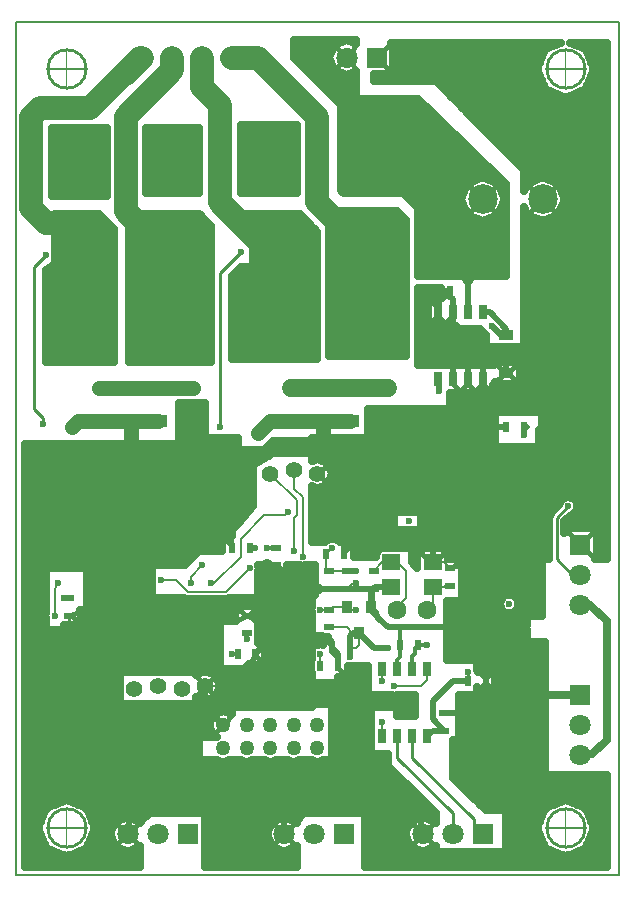
<source format=gbl>
G04*
G04  File:            STEP_DIMA1A.GBL, Thu Jun 24 12:16:09 2021*
G04  Source:          P-CAD 2004 PCB, Version 18.04.615, (D:\proj\velograph\snail\pcb\step_dima1a.pcb)*
G04  Format:          Gerber Format (RS-274-D), ASCII*
G04*
G04  Format Options:  Absolute Positioning*
G04                   Leading-Zero Suppression*
G04                   Scale Factor 1:1*
G04                   NO Circular Interpolation*
G04                   Millimeter Units*
G04                   Numeric Format: 5.3 (XXXXX.XXX)*
G04                   G54 NOT Used for Aperture Change*
G04                   Apertures Embedded*
G04*
G04  File Options:    Offset = (0.000mm,0.000mm)*
G04                   Drill Symbol Size = 0.000mm*
G04                   Pad/Via Holes*
G04*
G04  File Contents:   Pads*
G04                   Vias*
G04                   No Designators*
G04                   No Types*
G04                   No Values*
G04                   No Drill Symbols*
G04                   Bottom*
G04                   Board*
G04*
%INSTEP_DIMA1A.GBL*%
%ICAS*%
%MOMM*%
G04*
G04  Aperture MACROs for general use --- invoked via D-code assignment *
G04*
G04  General MACRO for flashed round with rotation and/or offset hole *
%AMROTOFFROUND*
1,1,$1,0.0000,0.0000*
1,0,$2,$3,$4*%
G04*
G04  General MACRO for flashed oval (obround) with rotation and/or offset hole *
%AMROTOFFOVAL*
21,1,$1,$2,0.0000,0.0000,$3*
1,1,$4,$5,$6*
1,1,$4,0-$5,0-$6*
1,0,$7,$8,$9*%
G04*
G04  General MACRO for flashed oval (obround) with rotation and no hole *
%AMROTOVALNOHOLE*
21,1,$1,$2,0.0000,0.0000,$3*
1,1,$4,$5,$6*
1,1,$4,0-$5,0-$6*%
G04*
G04  General MACRO for flashed rectangle with rotation and/or offset hole *
%AMROTOFFRECT*
21,1,$1,$2,0.0000,0.0000,$3*
1,0,$4,$5,$6*%
G04*
G04  General MACRO for flashed rectangle with rotation and no hole *
%AMROTRECTNOHOLE*
21,1,$1,$2,0.0000,0.0000,$3*%
G04*
G04  General MACRO for flashed rounded-rectangle *
%AMROUNDRECT*
21,1,$1,$2-$4,0.0000,0.0000,$3*
21,1,$1-$4,$2,0.0000,0.0000,$3*
1,1,$4,$5,$6*
1,1,$4,$7,$8*
1,1,$4,0-$5,0-$6*
1,1,$4,0-$7,0-$8*
1,0,$9,$10,$11*%
G04*
G04  General MACRO for flashed rounded-rectangle with rotation and no hole *
%AMROUNDRECTNOHOLE*
21,1,$1,$2-$4,0.0000,0.0000,$3*
21,1,$1-$4,$2,0.0000,0.0000,$3*
1,1,$4,$5,$6*
1,1,$4,$7,$8*
1,1,$4,0-$5,0-$6*
1,1,$4,0-$7,0-$8*%
G04*
G04  General MACRO for flashed regular polygon *
%AMREGPOLY*
5,1,$1,0.0000,0.0000,$2,$3+$4*
1,0,$5,$6,$7*%
G04*
G04  General MACRO for flashed regular polygon with no hole *
%AMREGPOLYNOHOLE*
5,1,$1,0.0000,0.0000,$2,$3+$4*%
G04*
G04  General MACRO for target *
%AMTARGET*
6,0,0,$1,$2,$3,4,$4,$5,$6*%
G04*
G04  General MACRO for mounting hole *
%AMMTHOLE*
1,1,$1,0,0*
1,0,$2,0,0*
$1=$1-$2*
$1=$1/2*
21,1,$2+$1,$3,0,0,$4*
21,1,$3,$2+$1,0,0,$4*%
G04*
G04*
G04  D10 : "Ellipse X0.254mm Y0.254mm H0.000mm 0.0deg (0.000mm,0.000mm) Draw"*
G04  Disc: OuterDia=0.2540*
%ADD10C, 0.2540*%
G04  D11 : "Ellipse X0.025mm Y0.025mm H0.000mm 0.0deg (0.000mm,0.000mm) Draw"*
G04  Disc: OuterDia=0.0254*
%ADD11C, 0.0254*%
G04  D12 : "Ellipse X0.300mm Y0.300mm H0.000mm 0.0deg (0.000mm,0.000mm) Draw"*
G04  Disc: OuterDia=0.3000*
%ADD12C, 0.3000*%
G04  D13 : "Ellipse X0.305mm Y0.305mm H0.000mm 0.0deg (0.000mm,0.000mm) Draw"*
G04  Disc: OuterDia=0.3048*
%ADD13C, 0.3048*%
G04  D14 : "Ellipse X0.310mm Y0.310mm H0.000mm 0.0deg (0.000mm,0.000mm) Draw"*
G04  Disc: OuterDia=0.3100*
%ADD14C, 0.3100*%
G04  D15 : "Ellipse X0.350mm Y0.350mm H0.000mm 0.0deg (0.000mm,0.000mm) Draw"*
G04  Disc: OuterDia=0.3500*
%ADD15C, 0.3500*%
G04  D16 : "Ellipse X0.381mm Y0.381mm H0.000mm 0.0deg (0.000mm,0.000mm) Draw"*
G04  Disc: OuterDia=0.3810*
%ADD16C, 0.3810*%
G04  D17 : "Ellipse X0.500mm Y0.500mm H0.000mm 0.0deg (0.000mm,0.000mm) Draw"*
G04  Disc: OuterDia=0.5000*
%ADD17C, 0.5000*%
G04  D18 : "Ellipse X0.064mm Y0.064mm H0.000mm 0.0deg (0.000mm,0.000mm) Draw"*
G04  Disc: OuterDia=0.0635*
%ADD18C, 0.0635*%
G04  D19 : "Ellipse X0.635mm Y0.635mm H0.000mm 0.0deg (0.000mm,0.000mm) Draw"*
G04  Disc: OuterDia=0.6350*
%ADD19C, 0.6350*%
G04  D20 : "Ellipse X0.700mm Y0.700mm H0.000mm 0.0deg (0.000mm,0.000mm) Draw"*
G04  Disc: OuterDia=0.7000*
%ADD20C, 0.7000*%
G04  D21 : "Ellipse X0.076mm Y0.076mm H0.000mm 0.0deg (0.000mm,0.000mm) Draw"*
G04  Disc: OuterDia=0.0762*
%ADD21C, 0.0762*%
G04  D22 : "Ellipse X0.100mm Y0.100mm H0.000mm 0.0deg (0.000mm,0.000mm) Draw"*
G04  Disc: OuterDia=0.1000*
%ADD22C, 0.1000*%
G04  D23 : "Ellipse X1.000mm Y1.000mm H0.000mm 0.0deg (0.000mm,0.000mm) Draw"*
G04  Disc: OuterDia=1.0000*
%ADD23C, 1.0000*%
G04  D24 : "Ellipse X0.102mm Y0.102mm H0.000mm 0.0deg (0.000mm,0.000mm) Draw"*
G04  Disc: OuterDia=0.1016*
%ADD24C, 0.1016*%
G04  D25 : "Ellipse X0.127mm Y0.127mm H0.000mm 0.0deg (0.000mm,0.000mm) Draw"*
G04  Disc: OuterDia=0.1270*
%ADD25C, 0.1270*%
G04  D26 : "Ellipse X1.300mm Y1.300mm H0.000mm 0.0deg (0.000mm,0.000mm) Draw"*
G04  Disc: OuterDia=1.3000*
%ADD26C, 1.3000*%
G04  D27 : "Ellipse X1.500mm Y1.500mm H0.000mm 0.0deg (0.000mm,0.000mm) Draw"*
G04  Disc: OuterDia=1.5000*
%ADD27C, 1.5000*%
G04  D28 : "Ellipse X0.200mm Y0.200mm H0.000mm 0.0deg (0.000mm,0.000mm) Draw"*
G04  Disc: OuterDia=0.2000*
%ADD28C, 0.2000*%
G04  D29 : "Ellipse X2.000mm Y2.000mm H0.000mm 0.0deg (0.000mm,0.000mm) Draw"*
G04  Disc: OuterDia=2.0000*
%ADD29C, 2.0000*%
G04  D30 : "Ellipse X0.203mm Y0.203mm H0.000mm 0.0deg (0.000mm,0.000mm) Draw"*
G04  Disc: OuterDia=0.2032*
%ADD30C, 0.2032*%
G04  D31 : "Ellipse X0.250mm Y0.250mm H0.000mm 0.0deg (0.000mm,0.000mm) Draw"*
G04  Disc: OuterDia=0.2500*
%ADD31C, 0.2500*%
G04  D32 : "Ellipse X2.602mm Y2.602mm H0.000mm 0.0deg (0.000mm,0.000mm) Flash"*
G04  Disc: OuterDia=2.6020*
%ADD32C, 2.6020*%
G04  D33 : "Ellipse X3.602mm Y3.602mm H0.000mm 0.0deg (0.000mm,0.000mm) Flash"*
G04  Disc: OuterDia=3.6020*
%ADD33C, 3.6020*%
G04  D34 : "Ellipse X1.270mm Y1.270mm H0.000mm 0.0deg (0.000mm,0.000mm) Flash"*
G04  Disc: OuterDia=1.2700*
%ADD34C, 1.2700*%
G04  D35 : "Ellipse X1.372mm Y1.372mm H0.000mm 0.0deg (0.000mm,0.000mm) Flash"*
G04  Disc: OuterDia=1.3720*
%ADD35C, 1.3720*%
G04  D36 : "Ellipse X1.400mm Y1.400mm H0.000mm 0.0deg (0.000mm,0.000mm) Flash"*
G04  Disc: OuterDia=1.4000*
%ADD36C, 1.4000*%
G04  D37 : "Ellipse X1.502mm Y1.502mm H0.000mm 0.0deg (0.000mm,0.000mm) Flash"*
G04  Disc: OuterDia=1.5020*
%ADD37C, 1.5020*%
G04  D38 : "Ellipse X1.600mm Y1.600mm H0.000mm 0.0deg (0.000mm,0.000mm) Flash"*
G04  Disc: OuterDia=1.6000*
%ADD38C, 1.6000*%
G04  D39 : "Ellipse X1.702mm Y1.702mm H0.000mm 0.0deg (0.000mm,0.000mm) Flash"*
G04  Disc: OuterDia=1.7020*
%ADD39C, 1.7020*%
G04  D40 : "Ellipse X1.800mm Y1.800mm H0.000mm 0.0deg (0.000mm,0.000mm) Flash"*
G04  Disc: OuterDia=1.8000*
%ADD40C, 1.8000*%
G04  D41 : "Ellipse X1.902mm Y1.902mm H0.000mm 0.0deg (0.000mm,0.000mm) Flash"*
G04  Disc: OuterDia=1.9020*
%ADD41C, 1.9020*%
G04  D42 : "Ellipse X2.500mm Y2.500mm H0.000mm 0.0deg (0.000mm,0.000mm) Flash"*
G04  Disc: OuterDia=2.5000*
%ADD42C, 2.5000*%
G04  D43 : "Mounting Hole X3.500mm Y3.500mm H0.000mm 0.0deg (0.000mm,0.000mm) Flash"*
G04  Mounting Hole: Diameter=3.5000, Rotation=0.0, LineWidth=0.1270 *
%ADD43MTHOLE, 3.5000 X2.9920 X0.1270 X0.0*%
G04  D44 : "Rectangle X0.300mm Y1.500mm H0.000mm 0.0deg (0.000mm,0.000mm) Flash"*
G04  Rectangular: DimX=0.3000, DimY=1.5000, Rotation=0.0, OffsetX=0.0000, OffsetY=0.0000, HoleDia=0.0000 *
%ADD44R, 0.3000 X1.5000*%
G04  D45 : "Rectangle X1.500mm Y0.300mm H0.000mm 0.0deg (0.000mm,0.000mm) Flash"*
G04  Rectangular: DimX=1.5000, DimY=0.3000, Rotation=0.0, OffsetX=0.0000, OffsetY=0.0000, HoleDia=0.0000 *
%ADD45R, 1.5000 X0.3000*%
G04  D46 : "Rectangle X4.600mm Y2.800mm H0.000mm 0.0deg (0.000mm,0.000mm) Flash"*
G04  Rectangular: DimX=4.6000, DimY=2.8000, Rotation=0.0, OffsetX=0.0000, OffsetY=0.0000, HoleDia=0.0000 *
%ADD46R, 4.6000 X2.8000*%
G04  D47 : "Rectangle X4.700mm Y2.900mm H0.000mm 0.0deg (0.000mm,0.000mm) Flash"*
G04  Rectangular: DimX=4.7000, DimY=2.9000, Rotation=0.0, OffsetX=0.0000, OffsetY=0.0000, HoleDia=0.0000 *
%ADD47R, 4.7000 X2.9000*%
G04  D48 : "Rectangle X4.800mm Y3.000mm H0.000mm 0.0deg (0.000mm,0.000mm) Flash"*
G04  Rectangular: DimX=4.8000, DimY=3.0000, Rotation=0.0, OffsetX=0.0000, OffsetY=0.0000, HoleDia=0.0000 *
%ADD48R, 4.8000 X3.0000*%
G04  D49 : "Rectangle X7.500mm Y3.000mm H0.000mm 0.0deg (0.000mm,0.000mm) Flash"*
G04  Rectangular: DimX=7.5000, DimY=3.0000, Rotation=0.0, OffsetX=0.0000, OffsetY=0.0000, HoleDia=0.0000 *
%ADD49R, 7.5000 X3.0000*%
G04  D50 : "Rectangle X7.602mm Y3.102mm H0.000mm 0.0deg (0.000mm,0.000mm) Flash"*
G04  Rectangular: DimX=7.6020, DimY=3.1020, Rotation=0.0, OffsetX=0.0000, OffsetY=0.0000, HoleDia=0.0000 *
%ADD50R, 7.6020 X3.1020*%
G04  D51 : "Rectangle X1.400mm Y3.500mm H0.000mm 0.0deg (0.000mm,0.000mm) Flash"*
G04  Rectangular: DimX=1.4000, DimY=3.5000, Rotation=0.0, OffsetX=0.0000, OffsetY=0.0000, HoleDia=0.0000 *
%ADD51R, 1.4000 X3.5000*%
G04  D52 : "Rectangle X1.502mm Y3.602mm H0.000mm 0.0deg (0.000mm,0.000mm) Flash"*
G04  Rectangular: DimX=1.5020, DimY=3.6020, Rotation=0.0, OffsetX=0.0000, OffsetY=0.0000, HoleDia=0.0000 *
%ADD52R, 1.5020 X3.6020*%
G04  D53 : "Rectangle X0.402mm Y1.602mm H0.000mm 0.0deg (0.000mm,0.000mm) Flash"*
G04  Rectangular: DimX=0.4020, DimY=1.6020, Rotation=0.0, OffsetX=0.0000, OffsetY=0.0000, HoleDia=0.0000 *
%ADD53R, 0.4020 X1.6020*%
G04  D54 : "Rectangle X1.602mm Y0.402mm H0.000mm 0.0deg (0.000mm,0.000mm) Flash"*
G04  Rectangular: DimX=1.6020, DimY=0.4020, Rotation=0.0, OffsetX=0.0000, OffsetY=0.0000, HoleDia=0.0000 *
%ADD54R, 1.6020 X0.4020*%
G04  D55 : "Rectangle X5.080mm Y5.080mm H0.000mm 0.0deg (0.000mm,0.000mm) Flash"*
G04  Square: Side=5.0800, Rotation=0.0, OffsetX=0.0000, OffsetY=0.0000, HoleDia=0.0000*
%ADD55R, 5.0800 X5.0800*%
G04  D56 : "Rectangle X5.182mm Y5.182mm H0.000mm 0.0deg (0.000mm,0.000mm) Flash"*
G04  Square: Side=5.1820, Rotation=0.0, OffsetX=0.0000, OffsetY=0.0000, HoleDia=0.0000*
%ADD56R, 5.1820 X5.1820*%
G04  D57 : "Rectangle X0.600mm Y0.900mm H0.000mm 0.0deg (0.000mm,0.000mm) Flash"*
G04  Rectangular: DimX=0.6000, DimY=0.9000, Rotation=0.0, OffsetX=0.0000, OffsetY=0.0000, HoleDia=0.0000 *
%ADD57R, 0.6000 X0.9000*%
G04  D58 : "Rectangle X0.900mm Y0.600mm H0.000mm 0.0deg (0.000mm,0.000mm) Flash"*
G04  Rectangular: DimX=0.9000, DimY=0.6000, Rotation=0.0, OffsetX=0.0000, OffsetY=0.0000, HoleDia=0.0000 *
%ADD58R, 0.9000 X0.6000*%
G04  D59 : "Rectangle X0.650mm Y1.310mm H0.000mm 0.0deg (0.000mm,0.000mm) Flash"*
G04  Rectangular: DimX=0.6500, DimY=1.3100, Rotation=0.0, OffsetX=0.0000, OffsetY=0.0000, HoleDia=0.0000 *
%ADD59R, 0.6500 X1.3100*%
G04  D60 : "Rectangle X0.702mm Y1.002mm H0.000mm 0.0deg (0.000mm,0.000mm) Flash"*
G04  Rectangular: DimX=0.7020, DimY=1.0020, Rotation=0.0, OffsetX=0.0000, OffsetY=0.0000, HoleDia=0.0000 *
%ADD60R, 0.7020 X1.0020*%
G04  D61 : "Rectangle X1.002mm Y0.702mm H0.000mm 0.0deg (0.000mm,0.000mm) Flash"*
G04  Rectangular: DimX=1.0020, DimY=0.7020, Rotation=0.0, OffsetX=0.0000, OffsetY=0.0000, HoleDia=0.0000 *
%ADD61R, 1.0020 X0.7020*%
G04  D62 : "Rectangle X0.752mm Y1.412mm H0.000mm 0.0deg (0.000mm,0.000mm) Flash"*
G04  Rectangular: DimX=0.7520, DimY=1.4120, Rotation=0.0, OffsetX=0.0000, OffsetY=0.0000, HoleDia=0.0000 *
%ADD62R, 0.7520 X1.4120*%
G04  D63 : "Rectangle X1.220mm Y0.910mm H0.000mm 0.0deg (0.000mm,0.000mm) Flash"*
G04  Rectangular: DimX=1.2200, DimY=0.9100, Rotation=0.0, OffsetX=0.0000, OffsetY=0.0000, HoleDia=0.0000 *
%ADD63R, 1.2200 X0.9100*%
G04  D64 : "Rectangle X0.950mm Y1.100mm H0.000mm 0.0deg (0.000mm,0.000mm) Flash"*
G04  Rectangular: DimX=0.9500, DimY=1.1000, Rotation=0.0, OffsetX=0.0000, OffsetY=0.0000, HoleDia=0.0000 *
%ADD64R, 0.9500 X1.1000*%
G04  D65 : "Rectangle X1.322mm Y1.012mm H0.000mm 0.0deg (0.000mm,0.000mm) Flash"*
G04  Rectangular: DimX=1.3220, DimY=1.0120, Rotation=0.0, OffsetX=0.0000, OffsetY=0.0000, HoleDia=0.0000 *
%ADD65R, 1.3220 X1.0120*%
G04  D66 : "Rectangle X1.052mm Y1.202mm H0.000mm 0.0deg (0.000mm,0.000mm) Flash"*
G04  Rectangular: DimX=1.0520, DimY=1.2020, Rotation=0.0, OffsetX=0.0000, OffsetY=0.0000, HoleDia=0.0000 *
%ADD66R, 1.0520 X1.2020*%
G04  D67 : "Rectangle X1.600mm Y1.100mm H0.000mm 0.0deg (0.000mm,0.000mm) Flash"*
G04  Rectangular: DimX=1.6000, DimY=1.1000, Rotation=0.0, OffsetX=0.0000, OffsetY=0.0000, HoleDia=0.0000 *
%ADD67R, 1.6000 X1.1000*%
G04  D68 : "Rectangle X1.400mm Y1.200mm H0.000mm 0.0deg (0.000mm,0.000mm) Flash"*
G04  Rectangular: DimX=1.4000, DimY=1.2000, Rotation=0.0, OffsetX=0.0000, OffsetY=0.0000, HoleDia=0.0000 *
%ADD68R, 1.4000 X1.2000*%
G04  D69 : "Rectangle X1.702mm Y1.202mm H0.000mm 0.0deg (0.000mm,0.000mm) Flash"*
G04  Rectangular: DimX=1.7020, DimY=1.2020, Rotation=0.0, OffsetX=0.0000, OffsetY=0.0000, HoleDia=0.0000 *
%ADD69R, 1.7020 X1.2020*%
G04  D70 : "Rectangle X1.502mm Y1.302mm H0.000mm 0.0deg (0.000mm,0.000mm) Flash"*
G04  Rectangular: DimX=1.5020, DimY=1.3020, Rotation=0.0, OffsetX=0.0000, OffsetY=0.0000, HoleDia=0.0000 *
%ADD70R, 1.5020 X1.3020*%
G04  D71 : "Rectangle X1.500mm Y1.800mm H0.000mm 0.0deg (0.000mm,0.000mm) Flash"*
G04  Rectangular: DimX=1.5000, DimY=1.8000, Rotation=0.0, OffsetX=0.0000, OffsetY=0.0000, HoleDia=0.0000 *
%ADD71R, 1.5000 X1.8000*%
G04  D72 : "Rectangle X1.800mm Y1.500mm H0.000mm 0.0deg (0.000mm,0.000mm) Flash"*
G04  Rectangular: DimX=1.8000, DimY=1.5000, Rotation=0.0, OffsetX=0.0000, OffsetY=0.0000, HoleDia=0.0000 *
%ADD72R, 1.8000 X1.5000*%
G04  D73 : "Rectangle X1.600mm Y1.350mm H0.000mm 0.0deg (0.000mm,0.000mm) Flash"*
G04  Rectangular: DimX=1.6000, DimY=1.3500, Rotation=0.0, OffsetX=0.0000, OffsetY=0.0000, HoleDia=0.0000 *
%ADD73R, 1.6000 X1.3500*%
G04  D74 : "Rectangle X1.602mm Y1.902mm H0.000mm 0.0deg (0.000mm,0.000mm) Flash"*
G04  Rectangular: DimX=1.6020, DimY=1.9020, Rotation=0.0, OffsetX=0.0000, OffsetY=0.0000, HoleDia=0.0000 *
%ADD74R, 1.6020 X1.9020*%
G04  D75 : "Rectangle X1.902mm Y1.602mm H0.000mm 0.0deg (0.000mm,0.000mm) Flash"*
G04  Rectangular: DimX=1.9020, DimY=1.6020, Rotation=0.0, OffsetX=0.0000, OffsetY=0.0000, HoleDia=0.0000 *
%ADD75R, 1.9020 X1.6020*%
G04  D76 : "Rectangle X1.702mm Y1.452mm H0.000mm 0.0deg (0.000mm,0.000mm) Flash"*
G04  Rectangular: DimX=1.7020, DimY=1.4520, Rotation=0.0, OffsetX=0.0000, OffsetY=0.0000, HoleDia=0.0000 *
%ADD76R, 1.7020 X1.4520*%
G04  D77 : "Rectangle X1.778mm Y3.175mm H0.000mm 0.0deg (0.000mm,0.000mm) Flash"*
G04  Rectangular: DimX=1.7780, DimY=3.1750, Rotation=0.0, OffsetX=0.0000, OffsetY=0.0000, HoleDia=0.0000 *
%ADD77R, 1.7780 X3.1750*%
G04  D78 : "Rectangle X1.800mm Y1.800mm H0.000mm 0.0deg (0.000mm,0.000mm) Flash"*
G04  Square: Side=1.8000, Rotation=0.0, OffsetX=0.0000, OffsetY=0.0000, HoleDia=0.0000*
%ADD78R, 1.8000 X1.8000*%
G04  D79 : "Rectangle X1.880mm Y3.277mm H0.000mm 0.0deg (0.000mm,0.000mm) Flash"*
G04  Rectangular: DimX=1.8800, DimY=3.2770, Rotation=0.0, OffsetX=0.0000, OffsetY=0.0000, HoleDia=0.0000 *
%ADD79R, 1.8800 X3.2770*%
G04  D80 : "Rectangle X0.200mm Y1.900mm H0.000mm 0.0deg (0.000mm,0.000mm) Flash"*
G04  Rectangular: DimX=0.2000, DimY=1.9000, Rotation=0.0, OffsetX=0.0000, OffsetY=0.0000, HoleDia=0.0000 *
%ADD80R, 0.2000 X1.9000*%
G04  D81 : "Rectangle X1.902mm Y1.902mm H0.000mm 0.0deg (0.000mm,0.000mm) Flash"*
G04  Square: Side=1.9020, Rotation=0.0, OffsetX=0.0000, OffsetY=0.0000, HoleDia=0.0000*
%ADD81R, 1.9020 X1.9020*%
G04  D82 : "Rectangle X0.300mm Y2.000mm H0.000mm 0.0deg (0.000mm,0.000mm) Flash"*
G04  Rectangular: DimX=0.3000, DimY=2.0000, Rotation=0.0, OffsetX=0.0000, OffsetY=0.0000, HoleDia=0.0000 *
%ADD82R, 0.3000 X2.0000*%
G04  D83 : "Rectangle X2.000mm Y4.000mm H0.000mm 0.0deg (0.000mm,0.000mm) Flash"*
G04  Rectangular: DimX=2.0000, DimY=4.0000, Rotation=0.0, OffsetX=0.0000, OffsetY=0.0000, HoleDia=0.0000 *
%ADD83R, 2.0000 X4.0000*%
G04  D84 : "Rectangle X4.000mm Y2.000mm H0.000mm 0.0deg (0.000mm,0.000mm) Flash"*
G04  Rectangular: DimX=4.0000, DimY=2.0000, Rotation=0.0, OffsetX=0.0000, OffsetY=0.0000, HoleDia=0.0000 *
%ADD84R, 4.0000 X2.0000*%
G04  D85 : "Rectangle X0.400mm Y2.100mm H0.000mm 0.0deg (0.000mm,0.000mm) Flash"*
G04  Rectangular: DimX=0.4000, DimY=2.1000, Rotation=0.0, OffsetX=0.0000, OffsetY=0.0000, HoleDia=0.0000 *
%ADD85R, 0.4000 X2.1000*%
G04  D86 : "Rectangle X2.102mm Y4.102mm H0.000mm 0.0deg (0.000mm,0.000mm) Flash"*
G04  Rectangular: DimX=2.1020, DimY=4.1020, Rotation=0.0, OffsetX=0.0000, OffsetY=0.0000, HoleDia=0.0000 *
%ADD86R, 2.1020 X4.1020*%
G04  D87 : "Rectangle X4.102mm Y2.102mm H0.000mm 0.0deg (0.000mm,0.000mm) Flash"*
G04  Rectangular: DimX=4.1020, DimY=2.1020, Rotation=0.0, OffsetX=0.0000, OffsetY=0.0000, HoleDia=0.0000 *
%ADD87R, 4.1020 X2.1020*%
G04  D88 : "Ellipse X0.600mm Y0.600mm H0.000mm 0.0deg (0.000mm,0.000mm) Flash"*
G04  Disc: OuterDia=0.6000*
%ADD88C, 0.6000*%
G04  D89 : "Ellipse X0.702mm Y0.702mm H0.000mm 0.0deg (0.000mm,0.000mm) Flash"*
G04  Disc: OuterDia=0.7020*
%ADD89C, 0.7020*%
G04*
%FSLAX53Y53*%
%SFA1B1*%
%OFA0.000B0.000*%
G04*
G71*
G90*
G01*
D2*
%LNBottom*%
D31*
X384500Y385750*
X383750Y386500D1*
Y387250*
D2*
D28*
X382500Y389500*
X382750Y390000D1*
X383250Y388750D2*
X383750D1*
D2*
D23*
X386750Y406500*
X386250D1*
D2*
D26*
X386750D1*
D2*
D28*
X384496Y426052*
X384500Y426048D1*
Y426000*
Y426250D2*
X384750Y426000D1*
X384500*
X384496Y428496D2*
X384500Y428500D1*
Y428250D2*
Y428500D1*
X395000Y391500D2*
X394000Y390500D1*
Y390000*
X393750Y389250D2*
X392750Y390250D1*
X391500*
X395750Y390000D2*
X396000D1*
D2*
D26*
X391250Y406500*
X394250D1*
D2*
D23*
X391250D1*
X390500*
D2*
D17*
X389000*
X391250D1*
X394250*
X391250*
X390500*
D2*
D23*
X391250D1*
X394250*
X391250*
D2*
D28*
X392500Y426250*
Y426000D1*
D2*
D29*
X394960Y432290*
X395000Y432250D1*
Y432000*
D2*
D17*
X401750Y372250*
X401920Y372080D1*
Y368750*
D2*
D28*
X398750Y385250*
Y385750D1*
X397500Y384000D2*
X398000D1*
X397550Y381300D2*
X399500Y383250D1*
Y384000*
D2*
D17*
X398750Y387250*
X399750D1*
X400000Y387000*
Y384500D2*
X399500Y384000D1*
X400000Y384500D2*
Y387000D1*
D2*
D28*
X399000Y391250*
X397000Y389250D1*
X399500Y393000D2*
X399000D1*
X398250Y392250D2*
Y393750D1*
X400250Y395750*
X402000*
X402250Y396000*
D2*
D15*
X400500Y393000*
X401250D1*
X397500Y394000D2*
Y393000D1*
D2*
D28*
X402750Y392750*
Y395500D1*
X403000Y395750*
D2*
D15*
X401250Y391500*
X400500D1*
D2*
D17*
X400000Y391000*
X400500Y391500D1*
X399500Y393000D2*
X399000D1*
D2*
D23*
X400500Y391500*
X402500Y389500D1*
D2*
D28*
X403000Y397000*
X400750Y399250D1*
X403500Y397250D2*
X402750Y398000D1*
Y399550*
D2*
D31*
X397250Y417000*
X398250Y418000D1*
X396500Y416250D2*
X397250Y417000D1*
X396500Y415500D2*
Y416250D1*
D2*
D28*
X400750Y426250*
X400500Y426000D1*
X400750Y426250D2*
Y426000D1*
Y426250*
X398750Y426000D2*
X400500D1*
X400750*
X410250Y378250D2*
Y377040D1*
X407500Y383750D2*
Y384000D1*
X409282Y388000D2*
X409500Y388218D1*
X407500Y387750D2*
X407250Y388000D1*
X407500Y387750D2*
X408000D1*
X408266Y385790D2*
X408250Y385774D1*
Y384750*
X408000Y384500*
X407500*
X405750Y386250D2*
X407250D1*
X407709Y385790*
X407250Y388000D2*
X406000D1*
X405750Y387750*
D2*
D15*
X410000Y387000*
X409750D1*
Y387532D2*
X409282Y388000D1*
D2*
D28*
X410250Y381750*
Y382750D1*
X405000Y384000D2*
Y383000D1*
Y387750D2*
X405750D1*
D2*
D17*
X406000Y384250*
X406500Y383750D1*
X407500Y385500D2*
X407790Y385790D1*
X408266*
X407500Y383750D2*
Y384500D1*
Y385500*
D2*
D28*
X407709Y385790*
X407790D1*
X408266*
D2*
D17*
X409556Y384500D1*
X410750*
D2*
D28*
X409556D1*
D2*
D17*
X406500Y384000*
X406000Y384500D1*
Y385000D2*
X405750Y385250D1*
X404750*
X404250Y385750*
X406000Y384250D2*
Y384500D1*
Y385000*
X406500Y383000D2*
Y383750D1*
Y384000*
X410750Y386250D2*
X410000Y387000D1*
D2*
D15*
X409750*
Y387250D1*
Y387532*
D2*
D17*
X410000Y387000*
X409750Y387250D1*
X409282Y387718*
D2*
D15*
X410750Y386250*
X410000Y387000D1*
D2*
D17*
X409282Y387718*
Y388000D1*
D2*
D28*
X407250Y389500*
X407750Y390000D1*
X408000*
X407750D2*
X408000D1*
X411000Y389650D2*
X410650D1*
X410500Y389500*
X409250D2*
X409500D1*
X410500*
X405750D2*
X407250D1*
X405750Y391000D2*
X407250D1*
X408000*
X405750D2*
X405500Y391250D1*
Y392500*
X406000Y393000*
X407000Y392500D2*
X407750Y393250D1*
D2*
D17*
X407250Y391000*
X408000D1*
X409650Y389650D2*
X410650D1*
X411000*
D2*
D28*
X409500Y389250*
X409375Y389375D1*
X409250Y389500*
D2*
D17*
X409282Y389282*
X409375Y389375D1*
X409500Y389500*
X409650Y389650*
X404750Y389500D2*
X405750D1*
X407250*
X409250D2*
X409500D1*
X408000D2*
X409250D1*
X407250D2*
X408000D1*
D2*
D28*
X409250D1*
X407250D2*
X408000D1*
D2*
D17*
Y390000D1*
D2*
D28*
X409500Y391000*
X410250Y391750D1*
X411000*
D2*
D31*
X405300Y406500*
X405250Y406550D1*
D2*
D26*
X407500Y406500*
X406300D1*
X406250Y406550*
X405250*
D2*
D31*
X407000Y406500*
X406300D1*
X405300*
D2*
D27*
X406300*
X405300D1*
D2*
D31*
X418000Y370000*
Y369500D1*
X418750Y368750*
X416250Y370500D2*
Y368790D1*
X416210Y368750*
D2*
D17*
X412750Y372250*
X413500Y371500D1*
Y368920*
X413670Y368750*
X414060Y377040D2*
X414520Y377500D1*
X415500Y379000D2*
X418250D1*
X415500Y377500D2*
X414500Y378500D1*
Y380000*
D2*
D31*
X412790Y377040*
Y375210D1*
D2*
D17*
X418500Y376750*
Y379250D1*
X418250Y379000D2*
X418500Y379250D1*
X414520Y377500D2*
X414750D1*
X415500*
D2*
D31*
X417500Y381750*
Y382500D1*
D2*
D15*
X411750Y383750*
Y384750D1*
X412790Y382750D2*
Y383790D1*
X413000Y384000*
Y384500*
X413250Y384750*
X414000*
D2*
D28*
X413500Y381250*
X414060Y381810D1*
Y382750*
D2*
D17*
X416250Y381750*
X417500D1*
D2*
D28*
X414000Y387750*
X414500Y388250D1*
D2*
D17*
X416000Y387500*
X417500D1*
X418500*
D2*
D15*
X411750Y385750*
Y384750D1*
Y385750D2*
Y386250D1*
D2*
D17*
X416000Y387500*
Y386250D1*
X411750*
D2*
D28*
X414500Y389650*
X415500D1*
Y389750*
X416000*
Y391250D2*
X415500Y391750D1*
X414500*
X416000Y391250D2*
X417000D1*
X417500Y390750*
X413250Y393000D2*
X414500Y391750D1*
X413000Y393250D2*
X413250Y393000D1*
D2*
D17*
X414500Y391750*
Y393500D1*
D2*
D28*
X412250Y388750*
Y391000D1*
X412000Y391250*
X412250Y391000D2*
X412000Y391250D1*
D2*
D17*
X417000Y403250*
X415250Y401500D1*
X416250*
X414940Y409560D2*
X415500Y409000D1*
X417500D2*
Y407270D1*
X417480Y407250*
X417500Y409000D2*
X418750D1*
X416250Y407290D2*
X416210Y407250D1*
X416250Y409000D2*
X417500D1*
X416210Y408790D2*
X416250Y408750D1*
X415500Y409000D2*
X416210D1*
X416250*
X416210Y408790D2*
Y409000D1*
X416250D2*
Y408750D1*
Y407290*
X414940Y407250D2*
X415000Y407190D1*
Y406250*
X418750Y406500D2*
Y407250D1*
Y409000*
X417480Y412960D2*
Y414230D1*
X417500Y414250*
Y414750*
Y415750*
X416210Y414040D2*
X416000Y414250D1*
Y414750*
X415250D2*
X415000Y414500D1*
Y413020*
X414940Y412960*
X414500Y414750D2*
X415250D1*
X416000*
X416210Y412960D2*
Y414040D1*
X418750Y422500D2*
X415500Y425750D1*
X412500*
X425250Y380500D2*
X423000D1*
X422250*
D2*
D20*
X425250*
X423000D1*
D2*
D31*
X425000Y395500*
Y392000D1*
X426290Y390710*
D2*
D17*
X422250Y403250*
Y402500D1*
Y403250D2*
X422500D1*
X420750Y411000D2*
X420250D1*
X422750Y409000D2*
X423500Y409750D1*
X420750Y409000D2*
Y407800D1*
Y409000D2*
X422750D1*
X424500Y422500D2*
X423830D1*
D2*
D20*
X427080Y375500*
X428000D1*
X429250Y376750*
Y386750D2*
X427830Y388170D1*
D2*
D31*
X380750Y404750*
Y416750D1*
D2*
D28*
X382500Y389500*
Y387250D1*
D2*
D31*
X381500Y403500*
Y404000D1*
D2*
D29*
X385500Y419000*
X384000Y420500D1*
D2*
D19*
X386911Y428500*
X382250D1*
Y422750*
X386911*
Y428500*
X382250Y422750D2*
X386911D1*
X382250Y423226D2*
X386911D1*
X382250Y423702D2*
X386911D1*
X382250Y424178D2*
X386911D1*
X382250Y424655D2*
X386911D1*
X382250Y425131D2*
X386911D1*
X382250Y425607D2*
X386911D1*
X382250Y426083D2*
X386911D1*
X382250Y426560D2*
X386911D1*
X382250Y427036D2*
X386911D1*
X382250Y427512D2*
X386911D1*
X382250Y427988D2*
X386911D1*
X382250Y428465D2*
X386911D1*
D2*
D28*
X384496Y426052*
Y428496D1*
X384500Y426250D2*
Y428250D1*
D2*
D19*
X382500Y417555*
Y417000D1*
X381750Y416500*
Y408750*
X387500*
Y420000*
X386250Y421250*
X382500*
Y417944*
X382580Y417750*
X382500Y417555*
X381750Y408750D2*
X387500D1*
X381750Y409226D2*
X387500D1*
X381750Y409702D2*
X387500D1*
X381750Y410178D2*
X387500D1*
X381750Y410655D2*
X387500D1*
X381750Y411131D2*
X387500D1*
X381750Y411607D2*
X387500D1*
X381750Y412083D2*
X387500D1*
X381750Y412560D2*
X387500D1*
X381750Y413036D2*
X387500D1*
X381750Y413512D2*
X387500D1*
X381750Y413988D2*
X387500D1*
X381750Y414465D2*
X387500D1*
X381750Y414941D2*
X387500D1*
X381750Y415417D2*
X387500D1*
X381750Y415893D2*
X387500D1*
X381750Y416370D2*
X387500D1*
X382269Y416846D2*
X387500D1*
X382500Y417322D2*
X387500D1*
X382560Y417798D2*
X387500D1*
X382500Y418275D2*
X387500D1*
X382500Y418751D2*
X387500D1*
X382500Y419227D2*
X387500D1*
X382500Y419703D2*
X387500D1*
X382500Y420180D2*
X387320D1*
X382500Y420656D2*
X386843D1*
X382500Y421132D2*
X386367D1*
D2*
D26*
X384450Y403700*
X384000Y403250D1*
X384450Y403700D2*
X386750D1*
D2*
D17*
X395250Y381300*
Y379496D1*
D2*
D29*
X391000Y419000*
X393500D1*
D2*
D19*
X390250Y428500*
Y423000D1*
X394750*
Y428500*
X390250*
Y423000D2*
X394750D1*
X390250Y423476D2*
X394750D1*
X390250Y423952D2*
X394750D1*
X390250Y424428D2*
X394750D1*
X390250Y424905D2*
X394750D1*
X390250Y425381D2*
X394750D1*
X390250Y425857D2*
X394750D1*
X390250Y426333D2*
X394750D1*
X390250Y426810D2*
X394750D1*
X390250Y427286D2*
X394750D1*
X390250Y427762D2*
X394750D1*
X390250Y428238D2*
X394750D1*
D2*
D28*
X392500Y428250*
Y426250D1*
D2*
D29*
X389750Y434500*
X389880D1*
X392420D2*
Y433420D1*
X394960Y434500D2*
Y432290D1*
D2*
D28*
X403000Y395750*
Y397000D1*
X403500Y392250D2*
Y397250D1*
D2*
D17*
X400000Y387000*
Y388500D1*
Y391000*
D2*
D31*
X396500Y403250*
Y415500D1*
D2*
D29*
X399750Y419000*
X401750D1*
D2*
D19*
X398250Y428750*
Y423000D1*
X403000*
Y428750*
X398250*
Y423000D2*
X403000D1*
X398250Y423476D2*
X403000D1*
X398250Y423952D2*
X403000D1*
X398250Y424428D2*
X403000D1*
X398250Y424905D2*
X403000D1*
X398250Y425381D2*
X403000D1*
X398250Y425857D2*
X403000D1*
X398250Y426333D2*
X403000D1*
X398250Y426810D2*
X403000D1*
X398250Y427286D2*
X403000D1*
X398250Y427762D2*
X403000D1*
X398250Y428238D2*
X403000D1*
X398250Y428715D2*
X403000D1*
D2*
D28*
X400750Y426250*
Y428250D1*
D2*
D23*
Y403750*
X403000D1*
X400750D2*
X399750Y402750D1*
D2*
D26*
X400750Y403750*
X399750Y402750D1*
X403000Y403750D2*
X400750D1*
D2*
D29*
X397500Y434500*
X399750D1*
D2*
D28*
X409500Y388218*
Y389250D1*
D2*
D17*
X404250Y385750*
Y389500D1*
X409282Y388000D2*
Y389282D1*
D2*
D29*
X408250Y418750*
X410000Y419000D1*
D2*
D26*
X405250Y403750*
Y401750D1*
X406450Y403750D2*
X406500Y403700D1*
X407500*
X405250Y403750D2*
X406450D1*
D2*
D17*
X414500Y380000*
X416250Y381750D1*
D2*
D31*
X412790Y375210*
X418000Y370000D1*
D2*
D28*
X414500Y388250*
Y389650D1*
X417500Y390750D2*
Y387500D1*
X412000Y388500D2*
X412250Y388750D1*
D2*
D23*
X417500Y415750*
Y421250D1*
D2*
D17*
X414940Y412960*
Y409560D1*
X416210Y409000D2*
Y412960D1*
X418750Y403500D2*
Y406500D1*
D2*
D31*
X426000Y396500*
X425000Y395500D1*
D2*
D17*
X420750Y411529*
Y411000D1*
X420250D2*
X419500Y411750D1*
D2*
D20*
X429250Y376750*
Y386750D1*
D2*
D17*
X388670Y368750*
X388750Y368830D1*
Y370750*
X390250Y372250*
X396250Y378500D2*
X396750Y378000D1*
X396246Y378500D2*
X396250D1*
X395250Y379496D2*
X396246Y378500D1*
D2*
D28*
X395250Y381300*
X397550D1*
X397000Y389250D2*
X393750D1*
X396000Y390000D2*
X398250Y392250D1*
D2*
D26*
X389000Y401250*
X388750Y401000D1*
D2*
D23*
X389000Y406500*
X386750D1*
D2*
D17*
X389000D1*
D2*
D31*
X381500Y404000*
X380750Y404750D1*
D2*
D23*
X391250Y406500*
X389000D1*
D2*
D26*
X386750*
X389000D1*
X391250*
D2*
D31*
X380750Y416750*
X381750Y417750D1*
D2*
D29*
X384000Y420500*
X381750D1*
X380500Y421750*
Y429500D2*
X381250Y430250D1*
X385500*
X395000Y432000D2*
X396500Y430500D1*
D2*
D17*
X401750Y372250*
X412750D1*
D2*
D31*
X411520Y377040*
Y375230D1*
D2*
D17*
X418500Y379250*
X419000Y379750D1*
X422250Y380500D2*
X418500Y376750D1*
X427000Y380500D2*
X425250D1*
D2*
D20*
X427000Y375420*
X427080Y375500D1*
X427000Y380500D2*
X425250D1*
D2*
D15*
X411520Y382750*
Y383520D1*
X411750Y383750*
D2*
D28*
X411250Y381250*
X413500D1*
X411460Y387750D2*
Y387960D1*
D2*
D17*
X419000Y387000*
X418500Y387500D1*
X419000*
Y387000D2*
Y387500D1*
D2*
D15*
X411750Y386250*
X410750D1*
D2*
D17*
X411750*
X410750D1*
X419000Y381750D2*
Y387000D1*
D2*
D20*
X427830Y388170*
X427000D1*
D2*
D28*
X407750Y393250*
X413000D1*
D2*
D23*
X402500Y389500*
X404250D1*
X404750*
D2*
D17*
X419000Y390250*
X420000Y391250D1*
D2*
D28*
X412000*
X411500Y391750D1*
X411000D2*
X411500D1*
D2*
D31*
X426290Y390710*
X427000D1*
D2*
D17*
X419000Y403250*
X418750Y403500D1*
X420750Y403250D2*
X419000D1*
X417000*
D2*
D19*
X419750Y397250*
X429250D1*
Y403000*
X423500*
Y401500*
X419750*
Y397250*
X429250*
X419750Y397726D2*
X429250D1*
X419750Y398202D2*
X429250D1*
X419750Y398678D2*
X429250D1*
X419750Y399155D2*
X429250D1*
X419750Y399631D2*
X429250D1*
X419750Y400107D2*
X429250D1*
X419750Y400583D2*
X429250D1*
X419750Y401060D2*
X429250D1*
X423500Y401536D2*
X429250D1*
X423500Y402012D2*
X429250D1*
X423500Y402488D2*
X429250D1*
X423500Y402965D2*
X429250D1*
D2*
D27*
X405300Y406500*
X402500D1*
D2*
D31*
X405250Y406550*
X403000D1*
D2*
D17*
X418750Y409000*
X420750D1*
D2*
D27*
X410750Y406500*
X406300D1*
D2*
D17*
X418750Y412960*
X419319D1*
D2*
D29*
X380500Y421750*
Y429500D1*
X388500D2*
Y421500D1*
X391000Y419000*
D2*
D19*
X395750Y408750*
Y420250D1*
X394750Y421250*
X388750*
Y408750*
X395750*
X388750D2*
X395750D1*
X388750Y409226D2*
X395750D1*
X388750Y409702D2*
X395750D1*
X388750Y410178D2*
X395750D1*
X388750Y410655D2*
X395750D1*
X388750Y411131D2*
X395750D1*
X388750Y411607D2*
X395750D1*
X388750Y412083D2*
X395750D1*
X388750Y412560D2*
X395750D1*
X388750Y413036D2*
X395750D1*
X388750Y413512D2*
X395750D1*
X388750Y413988D2*
X395750D1*
X388750Y414465D2*
X395750D1*
X388750Y414941D2*
X395750D1*
X388750Y415417D2*
X395750D1*
X388750Y415893D2*
X395750D1*
X388750Y416370D2*
X395750D1*
X388750Y416846D2*
X395750D1*
X388750Y417322D2*
X395750D1*
X388750Y417798D2*
X395750D1*
X388750Y418275D2*
X395750D1*
X388750Y418751D2*
X395750D1*
X388750Y419227D2*
X395750D1*
X388750Y419703D2*
X395750D1*
X388750Y420180D2*
X395750D1*
X388750Y420656D2*
X395343D1*
X388750Y421132D2*
X394867D1*
D2*
D26*
X389000Y403700*
Y401250D1*
Y403700D2*
X391250D1*
X386750D2*
X389000D1*
D2*
D29*
X389880Y434500*
X388500Y433120D1*
D2*
D31*
X411520Y375230*
X416250Y370500D1*
D2*
D17*
X419000Y379750*
Y381750D1*
Y387500D2*
Y390250D1*
D2*
D19*
X411250Y380419*
X411055Y380500D1*
X409000*
Y383000*
X407694*
X407500Y382919*
X407306Y382999*
Y382550*
X407157Y382192*
X406800Y382043*
X406500*
Y381500*
X404000*
Y379750*
X406000*
Y372250*
X409250*
Y379500*
X411500*
Y378750*
X413000*
Y380500*
X411444*
X411250Y380419*
X406000Y372250D2*
X409250D1*
X406000Y372726D2*
X409250D1*
X406000Y373202D2*
X409250D1*
X406000Y373678D2*
X409250D1*
X406000Y374155D2*
X409250D1*
X406000Y374631D2*
X409250D1*
X406000Y375107D2*
X409250D1*
X406000Y375583D2*
X409250D1*
X406000Y376060D2*
X409250D1*
X406000Y376536D2*
X409250D1*
X406000Y377012D2*
X409250D1*
X406000Y377488D2*
X409250D1*
X406000Y377965D2*
X409250D1*
X406000Y378441D2*
X409250D1*
X406000Y378917D2*
X409250D1*
X411500D2*
X413000D1*
X406000Y379393D2*
X409250D1*
X411500D2*
X413000D1*
X404000Y379870D2*
X413000D1*
X404000Y380346D2*
X413000D1*
X404000Y380822D2*
X409000D1*
X404000Y381298D2*
X409000D1*
X406500Y381775D2*
X409000D1*
X407182Y382251D2*
X409000D1*
X407306Y382727D2*
X409000D1*
D2*
D16*
X406609Y382740*
X407157Y382192D1*
D2*
D19*
D28*
X411460Y387960*
X412250Y388750D1*
D2*
D19*
X426587Y395912*
X426130Y395723D1*
X425641Y395234*
Y394264*
X425742Y394507*
X426100Y394656*
X427900*
X428257Y394507*
X428406Y394150*
Y392350*
X428261Y392000*
X429250*
Y397500*
X413500*
Y394500*
X412694*
X412500Y394419*
X412305Y394500*
X411250*
Y393000*
X412750*
Y391750*
X413193Y391306*
Y392425*
X413342Y392782*
X413700Y392931*
X415300*
X415657Y392782*
X415806Y392425*
Y392056*
X416450*
X416807Y391907*
X416956Y391550*
Y391000*
X417000*
Y387250*
X423750*
Y392000*
X424358*
Y395500*
X424546Y395953*
X425223Y396630*
X425412Y397087*
X426000Y397330*
X426587Y397087*
X426830Y396500*
X426587Y395912*
X421587Y387662D2*
X421000Y387419D1*
X420412Y387662*
X420169Y388250*
X420412Y388837*
X421000Y389080*
X421587Y388837*
X421830Y388250*
X421587Y387662*
X417000Y387250D2*
X423750D1*
X417000Y387726D2*
X420386D1*
X421613D2*
X423750D1*
X417000Y388202D2*
X420188D1*
X421811D2*
X423750D1*
X417000Y388678D2*
X420346D1*
X421653D2*
X423750D1*
X417000Y389155D2*
X423750D1*
X417000Y389631D2*
X423750D1*
X417000Y390107D2*
X423750D1*
X417000Y390583D2*
X423750D1*
X416956Y391060D2*
X423750D1*
X412963Y391536D2*
X413193D1*
X416956D2*
X423750D1*
X412750Y392012D2*
X413193D1*
X416555D2*
X424358D1*
X428266D2*
X429250D1*
X412750Y392488D2*
X413220D1*
X415779D2*
X424358D1*
X428406D2*
X429250D1*
X412750Y392965D2*
X424358D1*
X428406D2*
X429250D1*
X411250Y393441D2*
X424358D1*
X428406D2*
X429250D1*
X411250Y393917D2*
X424358D1*
X428406D2*
X429250D1*
X411250Y394393D2*
X424358D1*
X425641D2*
X425694D1*
X428305D2*
X429250D1*
X413500Y394870D2*
X424358D1*
X425641D2*
X429250D1*
X413500Y395346D2*
X424358D1*
X425753D2*
X429250D1*
X413500Y395822D2*
X424492D1*
X426369D2*
X429250D1*
X413500Y396298D2*
X424891D1*
X426747D2*
X429250D1*
X413500Y396775D2*
X425283D1*
X426716D2*
X429250D1*
X413500Y397251D2*
X425808D1*
X426191D2*
X429250D1*
D2*
D16*
X416259Y391359*
X416807Y391907D1*
X413890Y392234D2*
X413342Y392782D1*
X415109Y392234D2*
X415657Y392782D1*
X427709Y392540D2*
X428261Y392000D1*
X427709Y393959D2*
X428257Y394507D1*
X426290Y393959D2*
X425742Y394507D1*
D2*
D19*
D17*
X419319Y412960*
X420750Y411529D1*
D2*
D29*
X404750Y429500*
Y422250D1*
X408250Y418750*
D2*
D19*
X405750Y409250*
X412250D1*
Y420750*
X411500Y421500*
X405750*
Y409250*
X412250*
X405750Y409726D2*
X412250D1*
X405750Y410202D2*
X412250D1*
X405750Y410678D2*
X412250D1*
X405750Y411155D2*
X412250D1*
X405750Y411631D2*
X412250D1*
X405750Y412107D2*
X412250D1*
X405750Y412583D2*
X412250D1*
X405750Y413060D2*
X412250D1*
X405750Y413536D2*
X412250D1*
X405750Y414012D2*
X412250D1*
X405750Y414488D2*
X412250D1*
X405750Y414965D2*
X412250D1*
X405750Y415441D2*
X412250D1*
X405750Y415917D2*
X412250D1*
X405750Y416393D2*
X412250D1*
X405750Y416870D2*
X412250D1*
X405750Y417346D2*
X412250D1*
X405750Y417822D2*
X412250D1*
X405750Y418298D2*
X412250D1*
X405750Y418775D2*
X412250D1*
X405750Y419251D2*
X412250D1*
X405750Y419727D2*
X412250D1*
X405750Y420203D2*
X412250D1*
X405750Y420680D2*
X412250D1*
X405750Y421156D2*
X411843D1*
D2*
D23*
X403000Y403750*
X405250D1*
D2*
D26*
X403000*
X405250D1*
D2*
D19*
X420140Y406838*
X419782Y406987D1*
X419750Y407064*
Y404500*
X422500*
Y410000*
X419000*
Y411000*
X418500Y411500*
X416500*
Y411798*
X415885*
X415575Y411927*
X415265Y411798*
X414615*
X414257Y411947*
X414108Y412305*
Y413615*
X414257Y413972*
X414615Y414121*
X415265*
X415268Y414119*
X415193Y414300*
Y415000*
X413250*
Y408500*
X419735*
X419782Y408612*
X420140Y408761*
X421360*
X421717Y408612*
X421866Y408255*
Y407345*
X421717Y406987*
X421360Y406838*
X420140*
X419750Y404500D2*
X422500D1*
X419750Y404976D2*
X422500D1*
X419750Y405452D2*
X422500D1*
X419750Y405928D2*
X422500D1*
X419750Y406405D2*
X422500D1*
X419750Y406881D2*
X420037D1*
X421462D2*
X422500D1*
X421866Y407357D2*
X422500D1*
X421866Y407833D2*
X422500D1*
X421843Y408310D2*
X422500D1*
X413250Y408786D2*
X422500D1*
X413250Y409262D2*
X422500D1*
X413250Y409738D2*
X422500D1*
X413250Y410215D2*
X419000D1*
X413250Y410691D2*
X419000D1*
X413250Y411167D2*
X418832D1*
X413250Y411643D2*
X416500D1*
X413250Y412120D2*
X414185D1*
X413250Y412596D2*
X414108D1*
X413250Y413072D2*
X414108D1*
X413250Y413548D2*
X414108D1*
X413250Y414025D2*
X414383D1*
X413250Y414501D2*
X415193D1*
X413250Y414977D2*
X415193D1*
D2*
D16*
X415890Y414490*
X415268Y414119D1*
X420330Y407535D2*
X419782Y406987D1*
X420330Y408064D2*
X419782Y408612D1*
X421169Y408064D2*
X421717Y408612D1*
X421169Y407535D2*
X421717Y406987D1*
X414805Y413424D2*
X414257Y413972D1*
X415074Y412495D2*
X415575Y411927D1*
X414805Y412495D2*
X414257Y411947D1*
X416075Y412495D2*
X415575Y411927D1*
D2*
D19*
D29*
X385500Y430250*
X389750Y434500D1*
X392420Y433420D2*
X388500Y429500D1*
X396500Y430500D2*
Y422250D1*
D2*
D19*
X412623Y369796*
X413670Y370230D1*
X414716Y369796*
X414750Y369716*
Y370500*
X410750Y374500*
Y375500*
X406750*
Y370500*
X408750*
Y366000*
X420750*
Y367250*
X414750*
Y367783*
X414716Y367703*
X413670Y367269*
X412623Y367703*
X412189Y368750*
X412623Y369796*
X408750Y366000D2*
X420750D1*
X408750Y366476D2*
X420750D1*
X408750Y366952D2*
X420750D1*
X408750Y367428D2*
X413286D1*
X414053D2*
X414750D1*
X408750Y367905D2*
X412539D1*
X408750Y368381D2*
X412342D1*
X408750Y368857D2*
X412234D1*
X408750Y369333D2*
X412431D1*
X408750Y369810D2*
X412655D1*
X414684D2*
X414750D1*
X408750Y370286D2*
X414750D1*
X406750Y370762D2*
X414487D1*
X406750Y371238D2*
X414011D1*
X406750Y371715D2*
X413535D1*
X406750Y372191D2*
X413058D1*
X406750Y372667D2*
X412582D1*
X406750Y373143D2*
X412106D1*
X406750Y373620D2*
X411630D1*
X406750Y374096D2*
X411153D1*
X406750Y374572D2*
X410750D1*
X406750Y375048D2*
X410750D1*
D2*
D16*
X413220Y368300*
X412623Y367703D1*
X414120Y368300D2*
X414716Y367703D1*
X414120Y369200D2*
X414716Y369796D1*
X413220Y369200D2*
X412623Y369796D1*
D2*
D19*
X406163Y435546*
X407210Y435980D1*
X408000Y435652*
Y436000*
X402750*
Y434500*
X406750Y430500*
Y423250*
X407000Y423000*
X412000*
X413250Y421750*
Y416000*
X420750*
Y423750*
X413250Y431000*
X408000*
Y433347*
X407210Y433019*
X406163Y433453*
X405729Y434500*
X406163Y435546*
X420064Y421185D2*
X418750Y420641D1*
X417435Y421185*
X416891Y422500*
X417435Y423814*
X418750Y424359*
X420064Y423814*
X420609Y422500*
X420064Y421185*
X413250Y416000D2*
X420750D1*
X413250Y416476D2*
X420750D1*
X413250Y416952D2*
X420750D1*
X413250Y417428D2*
X420750D1*
X413250Y417905D2*
X420750D1*
X413250Y418381D2*
X420750D1*
X413250Y418857D2*
X420750D1*
X413250Y419333D2*
X420750D1*
X413250Y419810D2*
X420750D1*
X413250Y420286D2*
X420750D1*
X413250Y420762D2*
X418456D1*
X419043D2*
X420750D1*
X413250Y421238D2*
X417413D1*
X420086D2*
X420750D1*
X413250Y421715D2*
X417216D1*
X420283D2*
X420750D1*
X412808Y422191D2*
X417018D1*
X420481D2*
X420750D1*
X412332Y422667D2*
X416960D1*
X420539D2*
X420750D1*
X406856Y423143D2*
X417157D1*
X420342D2*
X420750D1*
X406750Y423620D2*
X417354D1*
X420145D2*
X420750D1*
X406750Y424096D2*
X418115D1*
X419384D2*
X420391D1*
X406750Y424572D2*
X419899D1*
X406750Y425048D2*
X419406D1*
X406750Y425525D2*
X418913D1*
X406750Y426001D2*
X418421D1*
X406750Y426477D2*
X417928D1*
X406750Y426953D2*
X417435D1*
X406750Y427430D2*
X416943D1*
X406750Y427906D2*
X416450D1*
X406750Y428382D2*
X415957D1*
X406750Y428858D2*
X415465D1*
X406750Y429335D2*
X414972D1*
X406750Y429811D2*
X414479D1*
X406750Y430287D2*
X413987D1*
X406486Y430763D2*
X413494D1*
X406010Y431240D2*
X408000D1*
X405533Y431716D2*
X408000D1*
X405057Y432192D2*
X408000D1*
X404581Y432668D2*
X408000D1*
X404105Y433145D2*
X406907D1*
X407512D2*
X408000D1*
X403628Y433621D2*
X406093D1*
X403152Y434097D2*
X405896D1*
X402750Y434573D2*
X405760D1*
X402750Y435050D2*
X405957D1*
X402750Y435526D2*
X406154D1*
D2*
D16*
X406760Y434050*
X406163Y433453D1*
X407660Y434050D2*
X408000Y433347D1*
X407660Y434950D2*
X408000Y435652D1*
X406760Y434950D2*
X406163Y435546D1*
X419375Y423125D2*
X420064Y423814D1*
X418125Y423125D2*
X417435Y423814D1*
X418125Y421875D2*
X417435Y421185D1*
X419375Y421875D2*
X420064Y421185D1*
D2*
D19*
X419581Y406595*
X419432Y406237D1*
X419075Y406088*
X418425*
X418115Y406217*
X417805Y406088*
X417155*
X416845Y406217*
X416535Y406088*
X416000*
Y404750*
X409000*
Y402250*
X404250*
Y400306*
X404750Y400513*
X405643Y400143*
X406013Y399250*
X405643Y398356*
X404750Y397986*
X404250Y398193*
Y393500*
X405376*
X405412Y393587*
X406000Y393830*
X406587Y393587*
X406623Y393500*
X406750*
Y393456*
X407300*
X407657Y393307*
X407806Y392950*
Y392250*
X409693*
Y392425*
X409750Y392560*
Y392750*
X409828*
X409842Y392782*
X410200Y392931*
X411250*
Y396000*
X412305*
X412500Y396080*
X412694Y396000*
X419750*
Y406750*
X419581*
Y406595*
X407806Y392250D2*
X409693D1*
X407806Y392726D2*
X409750D1*
X407701Y393202D2*
X411250D1*
X404250Y393678D2*
X405633D1*
X406366D2*
X411250D1*
X404250Y394155D2*
X411250D1*
X404250Y394631D2*
X411250D1*
X404250Y395107D2*
X411250D1*
X404250Y395583D2*
X411250D1*
X404250Y396060D2*
X412449D1*
X412550D2*
X419750D1*
X404250Y396536D2*
X419750D1*
X404250Y397012D2*
X419750D1*
X404250Y397488D2*
X419750D1*
X404250Y397965D2*
X419750D1*
X405678Y398441D2*
X419750D1*
X405875Y398917D2*
X419750D1*
X405954Y399393D2*
X419750D1*
X405756Y399870D2*
X419750D1*
X404250Y400346D2*
X404345D1*
X405154D2*
X419750D1*
X404250Y400822D2*
X419750D1*
X404250Y401298D2*
X419750D1*
X404250Y401775D2*
X419750D1*
X409000Y402251D2*
X419750D1*
X409000Y402727D2*
X419750D1*
X409000Y403203D2*
X419750D1*
X409000Y403680D2*
X419750D1*
X409000Y404156D2*
X419750D1*
X409000Y404632D2*
X419750D1*
X416000Y405108D2*
X419750D1*
X416000Y405585D2*
X419750D1*
X416000Y406061D2*
X419750D1*
X419557Y406537D2*
X419750D1*
D2*
D16*
X407109Y392759*
X407657Y393307D1*
X418884Y406785D2*
X419432Y406237D1*
X418615Y406785D2*
X418115Y406217D1*
X416344Y406785D2*
X416845Y406217D1*
X417614Y406785D2*
X418115Y406217D1*
X417345Y406785D2*
X416845Y406217D1*
X405100Y399600D2*
X405643Y400143D1*
X405100Y398900D2*
X405643Y398356D1*
D2*
D19*
X427447Y431802*
X425750Y431099D1*
X424052Y431802*
X423349Y433500*
X424052Y435197*
X425387Y435750*
X411011*
X411156Y435400*
Y433600*
X411007Y433242*
X410650Y433093*
X409500*
Y432500*
X414750*
X422250Y425000*
Y423173*
X422515Y423814*
X423830Y424359*
X425144Y423814*
X425689Y422500*
X425144Y421185*
X423830Y420641*
X422515Y421185*
X422250Y421826*
Y404500*
X423750*
Y399750*
X429250*
Y435750*
X426112*
X427447Y435197*
X428150Y433500*
X427447Y431802*
X423750Y399750D2*
X429250D1*
X423750Y400226D2*
X429250D1*
X423750Y400702D2*
X429250D1*
X423750Y401178D2*
X429250D1*
X423750Y401655D2*
X429250D1*
X423750Y402131D2*
X429250D1*
X423750Y402607D2*
X429250D1*
X423750Y403083D2*
X429250D1*
X423750Y403560D2*
X429250D1*
X423750Y404036D2*
X429250D1*
X422250Y404512D2*
X429250D1*
X422250Y404988D2*
X429250D1*
X422250Y405465D2*
X429250D1*
X422250Y405941D2*
X429250D1*
X422250Y406417D2*
X429250D1*
X422250Y406893D2*
X429250D1*
X422250Y407370D2*
X429250D1*
X422250Y407846D2*
X429250D1*
X422250Y408322D2*
X429250D1*
X422250Y408798D2*
X429250D1*
X422250Y409275D2*
X429250D1*
X422250Y409751D2*
X429250D1*
X422250Y410227D2*
X429250D1*
X422250Y410703D2*
X429250D1*
X422250Y411180D2*
X429250D1*
X422250Y411656D2*
X429250D1*
X422250Y412132D2*
X429250D1*
X422250Y412608D2*
X429250D1*
X422250Y413085D2*
X429250D1*
X422250Y413561D2*
X429250D1*
X422250Y414037D2*
X429250D1*
X422250Y414513D2*
X429250D1*
X422250Y414990D2*
X429250D1*
X422250Y415466D2*
X429250D1*
X422250Y415942D2*
X429250D1*
X422250Y416418D2*
X429250D1*
X422250Y416895D2*
X429250D1*
X422250Y417371D2*
X429250D1*
X422250Y417847D2*
X429250D1*
X422250Y418323D2*
X429250D1*
X422250Y418800D2*
X429250D1*
X422250Y419276D2*
X429250D1*
X422250Y419752D2*
X429250D1*
X422250Y420228D2*
X429250D1*
X422250Y420705D2*
X423675D1*
X423984D2*
X429250D1*
X422250Y421181D2*
X422525D1*
X425134D2*
X429250D1*
X422250Y421657D2*
X422319D1*
X425340D2*
X429250D1*
X425537Y422133D2*
X429250D1*
X425643Y422610D2*
X429250D1*
X425446Y423086D2*
X429250D1*
X422250Y423562D2*
X422411D1*
X425248D2*
X429250D1*
X422250Y424038D2*
X423056D1*
X424603D2*
X429250D1*
X422250Y424515D2*
X429250D1*
X422250Y424991D2*
X429250D1*
X421782Y425467D2*
X429250D1*
X421306Y425943D2*
X429250D1*
X420830Y426420D2*
X429250D1*
X420353Y426896D2*
X429250D1*
X419877Y427372D2*
X429250D1*
X419401Y427848D2*
X429250D1*
X418925Y428325D2*
X429250D1*
X418448Y428801D2*
X429250D1*
X417972Y429277D2*
X429250D1*
X417496Y429753D2*
X429250D1*
X417020Y430230D2*
X429250D1*
X416543Y430706D2*
X429250D1*
X416067Y431182D2*
X425550D1*
X425949D2*
X429250D1*
X415591Y431658D2*
X424400D1*
X427099D2*
X429250D1*
X415115Y432135D2*
X423915D1*
X427584D2*
X429250D1*
X409500Y432611D2*
X423717D1*
X427782D2*
X429250D1*
X409500Y433087D2*
X423520D1*
X427979D2*
X429250D1*
X411140Y433563D2*
X423376D1*
X428123D2*
X429250D1*
X411156Y434040D2*
X423573D1*
X427926D2*
X429250D1*
X411156Y434516D2*
X423770D1*
X427729D2*
X429250D1*
X411156Y434992D2*
X423968D1*
X427531D2*
X429250D1*
X411127Y435468D2*
X424708D1*
X426791D2*
X429250D1*
D2*
D16*
X410459Y433790*
X411007Y433242D1*
X410459Y435209D2*
X411011Y435750D1*
X424455Y423125D2*
X425144Y423814D1*
X423205Y423125D2*
X422515Y423814D1*
X423205Y421875D2*
X422515Y421185D1*
X424455Y421875D2*
X425144Y421185D1*
D2*
D19*
X418324Y382515*
X418342Y382557D1*
X418700Y382706*
X419300*
X419657Y382557*
X419806Y382200*
Y381300*
X419657Y380942*
X419300Y380793*
X418700*
X418342Y380942*
X418250Y381164*
Y380500*
X416750*
Y376750*
X416250*
Y373500*
X419000Y370750*
X420750*
Y366000*
X429250*
Y373750*
X424000*
Y385000*
X422500*
Y386055*
X422419Y386250*
X422500Y386444*
Y388500*
X421727*
X421830Y388250*
X421587Y387662*
X421000Y387419*
X420412Y387662*
X420169Y388250*
X420272Y388500*
X415750*
Y383500*
X418250*
Y382694*
X418324Y382515*
X427447Y367552D2*
X425750Y366849D1*
X424052Y367552*
X423349Y369250*
X424052Y370947*
X425750Y371650*
X427447Y370947*
X428150Y369250*
X427447Y367552*
X420750Y366000D2*
X429250D1*
X420750Y366476D2*
X429250D1*
X420750Y366952D2*
X425502D1*
X425997D2*
X429250D1*
X420750Y367428D2*
X424352D1*
X427147D2*
X429250D1*
X420750Y367905D2*
X423906D1*
X427593D2*
X429250D1*
X420750Y368381D2*
X423709D1*
X427790D2*
X429250D1*
X420750Y368857D2*
X423512D1*
X427987D2*
X429250D1*
X420750Y369333D2*
X423384D1*
X428115D2*
X429250D1*
X420750Y369810D2*
X423581D1*
X427918D2*
X429250D1*
X420750Y370286D2*
X423779D1*
X427720D2*
X429250D1*
X418987Y370762D2*
X423976D1*
X427523D2*
X429250D1*
X418511Y371238D2*
X424756D1*
X426743D2*
X429250D1*
X418035Y371715D2*
X429250D1*
X417558Y372191D2*
X429250D1*
X417082Y372667D2*
X429250D1*
X416606Y373143D2*
X429250D1*
X416250Y373620D2*
X429250D1*
X416250Y374096D2*
X424000D1*
X416250Y374572D2*
X424000D1*
X416250Y375048D2*
X424000D1*
X416250Y375525D2*
X424000D1*
X416250Y376001D2*
X424000D1*
X416250Y376477D2*
X424000D1*
X416750Y376953D2*
X424000D1*
X416750Y377430D2*
X424000D1*
X416750Y377906D2*
X424000D1*
X416750Y378382D2*
X424000D1*
X416750Y378858D2*
X424000D1*
X416750Y379335D2*
X424000D1*
X416750Y379811D2*
X424000D1*
X416750Y380287D2*
X424000D1*
X418250Y380763D2*
X424000D1*
X419781Y381240D2*
X424000D1*
X419806Y381716D2*
X424000D1*
X419806Y382192D2*
X424000D1*
X418260Y382668D2*
X418610D1*
X419389D2*
X424000D1*
X418250Y383145D2*
X424000D1*
X415750Y383621D2*
X424000D1*
X415750Y384097D2*
X424000D1*
X415750Y384573D2*
X424000D1*
X415750Y385050D2*
X422500D1*
X415750Y385526D2*
X422500D1*
X415750Y386002D2*
X422500D1*
X415750Y386478D2*
X422500D1*
X415750Y386955D2*
X422500D1*
X415750Y387431D2*
X420971D1*
X421028D2*
X422500D1*
X415750Y387907D2*
X420311D1*
X421688D2*
X422500D1*
X415750Y388383D2*
X420224D1*
X421775D2*
X422500D1*
D2*
D16*
X419109Y381490*
X419657Y380942D1*
X418890Y381490D2*
X418342Y380942D1*
X418890Y382009D2*
X418342Y382557D1*
X419109Y382009D2*
X419657Y382557D1*
D2*
D19*
D17*
X390250Y372250*
X401750D1*
D2*
D19*
X396143Y380406*
X395250Y380036D1*
X394500Y380346*
Y377000*
X396283*
X395906Y377156*
X395556Y378000*
X395906Y378843*
X396750Y379193*
X397500Y378882*
Y379500*
X404250*
Y382414*
X404193Y382550*
Y383450*
X404250Y383585*
Y383805*
X404169Y384000*
X404250Y384194*
Y384750*
X404805*
X405000Y384830*
X405193Y384750*
Y384950*
X405342Y385307*
X405670Y385443*
X405300*
X405164Y385500*
X404250*
Y387555*
X404169Y387750*
X404250Y387944*
Y389000*
X404500*
Y391500*
X403694*
X403500Y391419*
X403305Y391500*
X402206*
Y391200*
X402057Y390842*
X401700Y390693*
X400800*
X400442Y390842*
X400293Y391200*
Y391500*
X399750*
Y391444*
X399830Y391250*
X399750Y391055*
Y384956*
X399800*
X400157Y384807*
X400306Y384450*
Y383550*
X400157Y383192*
X399800Y383043*
X399200*
X398912Y383162*
X398500Y382750*
X394500*
Y382253*
X395250Y382563*
X396143Y382193*
X396513Y381300*
X396143Y380406*
X394500Y377000D2*
X396283D1*
X394500Y377476D2*
X395773D1*
X394500Y377952D2*
X395576D1*
X394500Y378428D2*
X395734D1*
X394500Y378905D2*
X396053D1*
X397446D2*
X397500D1*
X394500Y379381D2*
X397500D1*
X394500Y379857D2*
X404250D1*
X394500Y380333D2*
X394531D1*
X395968D2*
X404250D1*
X396310Y380810D2*
X404250D1*
X396507Y381286D2*
X404250D1*
X396322Y381762D2*
X404250D1*
X396034Y382238D2*
X404250D1*
X394500Y382715D2*
X404193D1*
X400155Y383191D2*
X404193D1*
X400306Y383667D2*
X404250D1*
X400306Y384143D2*
X404228D1*
X400235Y384620D2*
X404250D1*
X399750Y385096D2*
X405254D1*
X399750Y385572D2*
X404250D1*
X399750Y386048D2*
X404250D1*
X399750Y386525D2*
X404250D1*
X399750Y387001D2*
X404250D1*
X399750Y387477D2*
X404250D1*
X399750Y387953D2*
X404250D1*
X399750Y388430D2*
X404250D1*
X399750Y388906D2*
X404250D1*
X399750Y389382D2*
X404500D1*
X399750Y389858D2*
X404500D1*
X399750Y390335D2*
X404500D1*
X399750Y390811D2*
X400516D1*
X401983D2*
X404500D1*
X399815Y391287D2*
X400293D1*
X402206D2*
X404500D1*
D2*
D16*
X399609Y384259*
X400157Y384807D1*
X399609Y383740D2*
X400157Y383192D1*
X399390Y383740D2*
X398912Y383162D1*
X401509Y391390D2*
X402057Y390842D1*
X400990Y391390D2*
X400442Y390842D1*
X405890Y384759D2*
X405342Y385307D1*
X395600Y381650D2*
X396143Y382193D1*
X394900Y381650D2*
X394500Y382253D1*
X394900Y380950D2*
X394500Y380346D1*
X395600Y380950D2*
X396143Y380406D1*
X396432Y377682D2*
X395906Y377156D1*
X397067Y378317D2*
X397500Y378882D1*
X396432Y378317D2*
X395906Y378843D1*
D2*
D19*
D29*
X396500Y422250*
X399750Y419000D1*
D2*
D19*
X398250Y419750*
X399250Y418750D1*
Y416750*
X398250*
X397500Y416000*
Y409000*
X404750*
Y419750*
X403250Y421250*
X398250*
Y419750*
X397500Y409000D2*
X404750D1*
X397500Y409476D2*
X404750D1*
X397500Y409952D2*
X404750D1*
X397500Y410428D2*
X404750D1*
X397500Y410905D2*
X404750D1*
X397500Y411381D2*
X404750D1*
X397500Y411857D2*
X404750D1*
X397500Y412333D2*
X404750D1*
X397500Y412810D2*
X404750D1*
X397500Y413286D2*
X404750D1*
X397500Y413762D2*
X404750D1*
X397500Y414238D2*
X404750D1*
X397500Y414715D2*
X404750D1*
X397500Y415191D2*
X404750D1*
X397500Y415667D2*
X404750D1*
X397643Y416143D2*
X404750D1*
X398120Y416620D2*
X404750D1*
X399250Y417096D2*
X404750D1*
X399250Y417572D2*
X404750D1*
X399250Y418048D2*
X404750D1*
X399250Y418525D2*
X404750D1*
X398998Y419001D2*
X404750D1*
X398522Y419477D2*
X404750D1*
X398250Y419953D2*
X404546D1*
X398250Y420430D2*
X404070D1*
X398250Y420906D2*
X403593D1*
D2*
D29*
X399750Y434500*
X404750Y429500D1*
D2*
D19*
X395250Y382563*
X395403Y382500D1*
X396500*
Y386750*
X397876*
X397793Y386950*
Y387550*
X397942Y387907*
X398300Y388056*
X399200*
X399557Y387907*
X399706Y387550*
Y386950*
X399623Y386750*
X400000*
Y388750*
X397275*
X397000Y388635*
X393750*
X393474Y388750*
X385250*
Y387750*
X384623*
X384706Y387550*
Y386950*
X384557Y386592*
X384200Y386443*
X383300*
X383250Y386464*
Y386000*
X381500*
Y386500*
X380000*
Y375000*
X394750*
Y379750*
X393283*
X393250Y379736*
X393216Y379750*
X389283*
X389250Y379736*
X389216Y379750*
X388000*
Y380966*
X387986Y381000*
X388000Y381033*
Y382500*
X391096*
X391250Y382563*
X391403Y382500*
X395096*
X395250Y382563*
X380000Y375000D2*
X394750D1*
X380000Y375476D2*
X394750D1*
X380000Y375952D2*
X394750D1*
X380000Y376428D2*
X394750D1*
X380000Y376905D2*
X394750D1*
X380000Y377381D2*
X394750D1*
X380000Y377857D2*
X394750D1*
X380000Y378333D2*
X394750D1*
X380000Y378810D2*
X394750D1*
X380000Y379286D2*
X394750D1*
X380000Y379762D2*
X388000D1*
X380000Y380238D2*
X388000D1*
X380000Y380715D2*
X388000D1*
X380000Y381191D2*
X388000D1*
X380000Y381667D2*
X388000D1*
X380000Y382143D2*
X388000D1*
X380000Y382620D2*
X396500D1*
X380000Y383096D2*
X396500D1*
X380000Y383572D2*
X396500D1*
X380000Y384048D2*
X396500D1*
X380000Y384525D2*
X396500D1*
X380000Y385001D2*
X396500D1*
X380000Y385477D2*
X396500D1*
X380000Y385953D2*
X396500D1*
X380000Y386430D2*
X381500D1*
X383250D2*
X396500D1*
X384687Y386906D2*
X397812D1*
X399687D2*
X400000D1*
X384706Y387382D2*
X397793D1*
X399706D2*
X400000D1*
X385250Y387858D2*
X397921D1*
X399578D2*
X400000D1*
X385250Y388335D2*
X400000D1*
D2*
D16*
X398490Y387140*
X397876Y386750D1*
X398490Y387359D2*
X397942Y387907D1*
X399009Y387359D2*
X399557Y387907D1*
X399009Y387140D2*
X399623Y386750D1*
X384009Y387359D2*
X385250Y387750D1*
X384009Y387140D2*
X384557Y386592D1*
D2*
D19*
X402750Y374806*
X402283Y375000D1*
X401216*
X400750Y374806*
X400283Y375000*
X399216*
X398750Y374806*
X398283Y375000*
X397216*
X396750Y374806*
X396283Y375000*
X380000*
Y366000*
X389750*
Y367783*
X389716Y367703*
X388670Y367269*
X387623Y367703*
X387189Y368750*
X387623Y369796*
X388670Y370230*
X389716Y369796*
X389750Y369716*
Y369750*
X390500Y370500*
X395250*
Y366000*
X403000*
Y367783*
X402966Y367703*
X401920Y367269*
X400873Y367703*
X400439Y368750*
X400873Y369796*
X401920Y370230*
X402966Y369796*
X403000Y369716*
Y369750*
X403500Y370500*
X407000*
Y375000*
X405216*
X404750Y374806*
X404283Y375000*
X403216*
X402750Y374806*
X385197Y367552D2*
X383500Y366849D1*
X381802Y367552*
X381099Y369250*
X381802Y370947*
X383500Y371650*
X385197Y370947*
X385900Y369250*
X385197Y367552*
X380000Y366000D2*
X389750D1*
X395250D2*
X403000D1*
X380000Y366476D2*
X389750D1*
X395250D2*
X403000D1*
X380000Y366952D2*
X383252D1*
X383747D2*
X389750D1*
X395250D2*
X403000D1*
X380000Y367428D2*
X382102D1*
X384897D2*
X388286D1*
X389053D2*
X389750D1*
X395250D2*
X401536D1*
X402303D2*
X403000D1*
X380000Y367905D2*
X381656D1*
X385343D2*
X387539D1*
X395250D2*
X400789D1*
X380000Y368381D2*
X381459D1*
X385540D2*
X387342D1*
X395250D2*
X400592D1*
X380000Y368857D2*
X381262D1*
X385737D2*
X387234D1*
X395250D2*
X400484D1*
X380000Y369333D2*
X381134D1*
X385865D2*
X387431D1*
X395250D2*
X400681D1*
X380000Y369810D2*
X381331D1*
X385668D2*
X387655D1*
X389684D2*
X389810D1*
X395250D2*
X400905D1*
X402934D2*
X403040D1*
X380000Y370286D2*
X381529D1*
X385470D2*
X390286D1*
X395250D2*
X403357D1*
X380000Y370762D2*
X381726D1*
X385273D2*
X407000D1*
X380000Y371238D2*
X382506D1*
X384493D2*
X407000D1*
X380000Y371715D2*
X407000D1*
X380000Y372191D2*
X407000D1*
X380000Y372667D2*
X407000D1*
X380000Y373143D2*
X407000D1*
X380000Y373620D2*
X407000D1*
X380000Y374096D2*
X407000D1*
X380000Y374572D2*
X407000D1*
D2*
D16*
X388220Y368300*
X387623Y367703D1*
X389120Y368300D2*
X389716Y367703D1*
X389120Y369200D2*
X389716Y369796D1*
X388220Y369200D2*
X387623Y369796D1*
X401470Y368300D2*
X400873Y367703D1*
X402370Y368300D2*
X402966Y367703D1*
X402370Y369200D2*
X402966Y369796D1*
X401470Y369200D2*
X400873Y369796D1*
D2*
D19*
X396693Y393450*
X396842Y393807D1*
X397200Y393956*
X397500*
Y394500*
X398000Y395000*
X399250Y396500*
Y400000*
X399750Y400250*
X401000Y401000*
X404750*
Y402000*
X401000*
X400250Y401250*
X398000*
Y402250*
X395250*
Y405250*
X393000*
Y401750*
X380000*
Y386500*
X381750*
Y387055*
X381669Y387250*
X381750Y387444*
Y391250*
X385250*
Y387750*
X390750*
Y390055*
X390669Y390250*
X390750Y390444*
Y391500*
X393500*
X394750Y392750*
X396693*
Y393450*
X380000Y386500D2*
X381750D1*
X380000Y386976D2*
X381750D1*
X380000Y387452D2*
X381750D1*
X380000Y387928D2*
X381750D1*
X385250D2*
X390750D1*
X380000Y388405D2*
X381750D1*
X385250D2*
X390750D1*
X380000Y388881D2*
X381750D1*
X385250D2*
X390750D1*
X380000Y389357D2*
X381750D1*
X385250D2*
X390750D1*
X380000Y389833D2*
X381750D1*
X385250D2*
X390750D1*
X380000Y390310D2*
X381750D1*
X385250D2*
X390694D1*
X380000Y390786D2*
X381750D1*
X385250D2*
X390750D1*
X380000Y391262D2*
X390750D1*
X380000Y391738D2*
X393738D1*
X380000Y392215D2*
X394215D1*
X380000Y392691D2*
X394691D1*
X380000Y393167D2*
X396693D1*
X380000Y393643D2*
X396774D1*
X380000Y394120D2*
X397500D1*
X380000Y394596D2*
X397596D1*
X380000Y395072D2*
X398060D1*
X380000Y395548D2*
X398457D1*
X380000Y396025D2*
X398854D1*
X380000Y396501D2*
X399250D1*
X380000Y396977D2*
X399250D1*
X380000Y397453D2*
X399250D1*
X380000Y397930D2*
X399250D1*
X380000Y398406D2*
X399250D1*
X380000Y398882D2*
X399250D1*
X380000Y399358D2*
X399250D1*
X380000Y399835D2*
X399250D1*
X380000Y400311D2*
X399852D1*
X380000Y400787D2*
X400645D1*
X380000Y401263D2*
X398000D1*
X400263D2*
X404750D1*
X380000Y401740D2*
X398000D1*
X400740D2*
X404750D1*
X393000Y402216D2*
X398000D1*
X393000Y402692D2*
X395250D1*
X393000Y403168D2*
X395250D1*
X393000Y403645D2*
X395250D1*
X393000Y404121D2*
X395250D1*
X393000Y404597D2*
X395250D1*
X393000Y405073D2*
X395250D1*
D2*
D16*
X397390Y393259*
X396842Y393807D1*
D2*
D19*
D88*
X380250Y395750D3*
Y393750D3*
X380500Y401250D3*
Y399250D3*
X385500Y377750D3*
X381500Y373750D3*
X385500D3*
X382500Y387250D3*
X384500Y385750D3*
X385500Y383500D3*
X382750Y390000D3*
X382500Y395500D3*
Y393750D3*
X387250Y394000D3*
X384000D3*
X387250Y395250D3*
X384000D3*
X385750D3*
Y394000D3*
X388250Y395500D3*
Y393750D3*
X381500Y403500D3*
X384000Y403250D3*
X386250Y406500D3*
X381750Y417750D3*
X385500D3*
X386250Y416000D3*
X384500D3*
X382500D3*
Y413750D3*
X386250D3*
X384500D3*
Y426000D3*
X382500D3*
X386500D3*
Y424000D3*
X384500D3*
X382500D3*
X384500Y428250D3*
X382500D3*
X386500D3*
X394000Y390000D3*
X395000Y391500D3*
X391500Y390250D3*
Y395000D3*
X395750Y390000D3*
X392500Y395000D3*
X390000Y395750D3*
Y393750D3*
X389250Y394750D3*
X394250Y406500D3*
X393500Y417750D3*
X390500Y413500D3*
X392500D3*
X394250D3*
Y415750D3*
X392500D3*
X390500D3*
Y424000D3*
Y426000D3*
X394500Y424000D3*
X392500D3*
X394500Y426000D3*
X392500D3*
X390500Y428250D3*
X392500D3*
X394500D3*
X398750Y385250D3*
X397500Y384000D3*
D58*
X398750Y387250D3*
Y385750D3*
D57*
X399500Y384000D3*
X398000D3*
D88*
X399000Y391250D3*
X400500Y393000D3*
X399500D3*
X397500Y394000D3*
X402750Y392750D3*
X403500Y392250D3*
X400500Y391500D3*
D58*
X401250D3*
Y393000D3*
D88*
X399750Y402750D3*
X402500Y406500D3*
X398250Y418000D3*
X401750Y417750D3*
X402250Y416000D3*
X400500D3*
X398500D3*
Y413750D3*
X400500D3*
X402250D3*
X402500Y426000D3*
Y424000D3*
X400750D3*
Y426000D3*
X398750D3*
Y424000D3*
Y428250D3*
X400750D3*
X402500D3*
X410250Y378250D3*
X408000Y387750D3*
X410750Y384500D3*
X407500Y383750D3*
X406500D3*
X410250Y381750D3*
X405000Y384000D3*
Y387750D3*
D57*
X407500Y384500D3*
X406000D3*
D88*
X407000Y393000D3*
X406000D3*
X408000Y391000D3*
Y390000D3*
D57*
X407000Y392500D3*
X405500D3*
D58*
X409500Y391000D3*
Y389500D3*
X407250Y391000D3*
Y389500D3*
X405750Y391000D3*
Y389500D3*
D88*
X410750Y406500D3*
X410000Y417750D3*
X411000Y416000D3*
X409250D3*
X407250D3*
Y413750D3*
X409250D3*
X411000D3*
X408750Y423750D3*
Y425750D3*
X406750Y423750D3*
X410500D3*
Y425750D3*
X406750D3*
X408750Y428000D3*
X410500D3*
X406750D3*
X418500Y376750D3*
X414750Y377500D3*
D58*
X415500D3*
Y379000D3*
D88*
X414000Y384750D3*
X417500Y382500D3*
X412500Y395250D3*
X414500Y393500D3*
D58*
X416000Y391250D3*
Y389750D3*
D88*
X413500Y402500D3*
X416250Y401500D3*
X415000Y406250D3*
X414500Y414750D3*
D57*
X416000D3*
X417500D3*
D88*
X412500Y425750D3*
X412250Y432500D3*
X413250Y435250D3*
X425250Y380500D3*
X421000Y388250D3*
X419750Y393750D3*
X420000Y391250D3*
X422250Y402500D3*
X423750Y416250D3*
Y425250D3*
X420500Y432750D3*
X424500Y429500D3*
X420500Y435250D3*
X429250Y402250D3*
X428500Y416250D3*
X428250Y425250D3*
Y429500D3*
X383250Y388750D3*
D58*
X383750Y387250D3*
Y388750D3*
D88*
X385500Y419000D3*
X382500Y411750D3*
X384500D3*
X386250D3*
D67*
X386750Y406500D3*
Y403700D3*
D88*
X393500Y419000D3*
X394250Y411500D3*
X392500D3*
X390500D3*
X393250Y403750D3*
D67*
X391250Y406500D3*
Y403700D3*
D88*
X402250Y396000D3*
X400000Y388500D3*
X401750Y419000D3*
X402250Y411750D3*
X400500D3*
X398500D3*
D58*
X405750Y387750D3*
Y386250D3*
D64*
X409282Y388000D3*
X407250D3*
X408266Y385790D3*
D88*
X410000Y419000D3*
X407250Y411750D3*
X409250D3*
X411000D3*
D67*
X405250Y403750D3*
Y406550D3*
X407500Y406500D3*
Y403700D3*
D78*
X409750Y434500D3*
D40*
X407210D3*
D88*
X426000Y396500D3*
X419500Y411750D3*
D57*
X422250Y403250D3*
X420750D3*
D63*
Y411000D3*
Y407800D3*
D88*
X381250Y377750D3*
Y383500D3*
D57*
X397500Y393000D3*
X399000D3*
D88*
X396500Y403250D3*
D57*
X411750Y384750D3*
X413250D3*
X405000Y383000D3*
X406500D3*
D88*
X404000Y390000D3*
D73*
X414500Y391750D3*
X411000D3*
X414500Y389650D3*
X411000D3*
D36*
X389250Y381000D3*
X393250D3*
X395250Y381300D3*
X391250D3*
D67*
X389000Y406500D3*
Y403700D3*
D88*
X411250Y381250D3*
D38*
X414000Y387750D3*
X411460D3*
D78*
X427000Y393250D3*
D40*
Y388170D3*
Y390710D3*
D78*
Y380500D3*
D40*
Y375420D3*
Y377960D3*
D57*
X417500Y381750D3*
X419000D3*
D59*
X410250Y382750D3*
X412790D3*
X414060D3*
X410250Y377040D3*
X414060D3*
X412790D3*
X411520Y382750D3*
Y377040D3*
D67*
X403000Y403750D3*
Y406550D3*
D59*
X418750Y407250D3*
X416210D3*
X414940D3*
X418750Y412960D3*
X414940D3*
X416210D3*
X417480Y407250D3*
Y412960D3*
D42*
X418750Y422500D3*
X423830D3*
D43*
X383500Y369250D3*
D78*
X393750Y368750D3*
D40*
X388670D3*
X391210D3*
D43*
X383500Y433500D3*
X425750Y369250D3*
D78*
X407000Y368750D3*
D40*
X401920D3*
X404460D3*
D78*
X418750D3*
D40*
X413670D3*
X416210D3*
D43*
X425750Y433500D3*
D34*
X400750Y376000D3*
Y378000D3*
X398750Y376000D3*
Y378000D3*
X396750Y376000D3*
Y378000D3*
X404750Y376000D3*
Y378000D3*
X402750Y376000D3*
Y378000D3*
D36*
X400750Y399250D3*
X404750D3*
X402750Y399550D3*
D38*
X397500Y434500D3*
X394960D3*
X389880D3*
X392420D3*
%LNBoard*%
D28*
X379250Y365250*
Y437500D1*
X430250D2*
Y365250D1*
X379250*
Y437500D2*
X430250D1*
D02M02*

</source>
